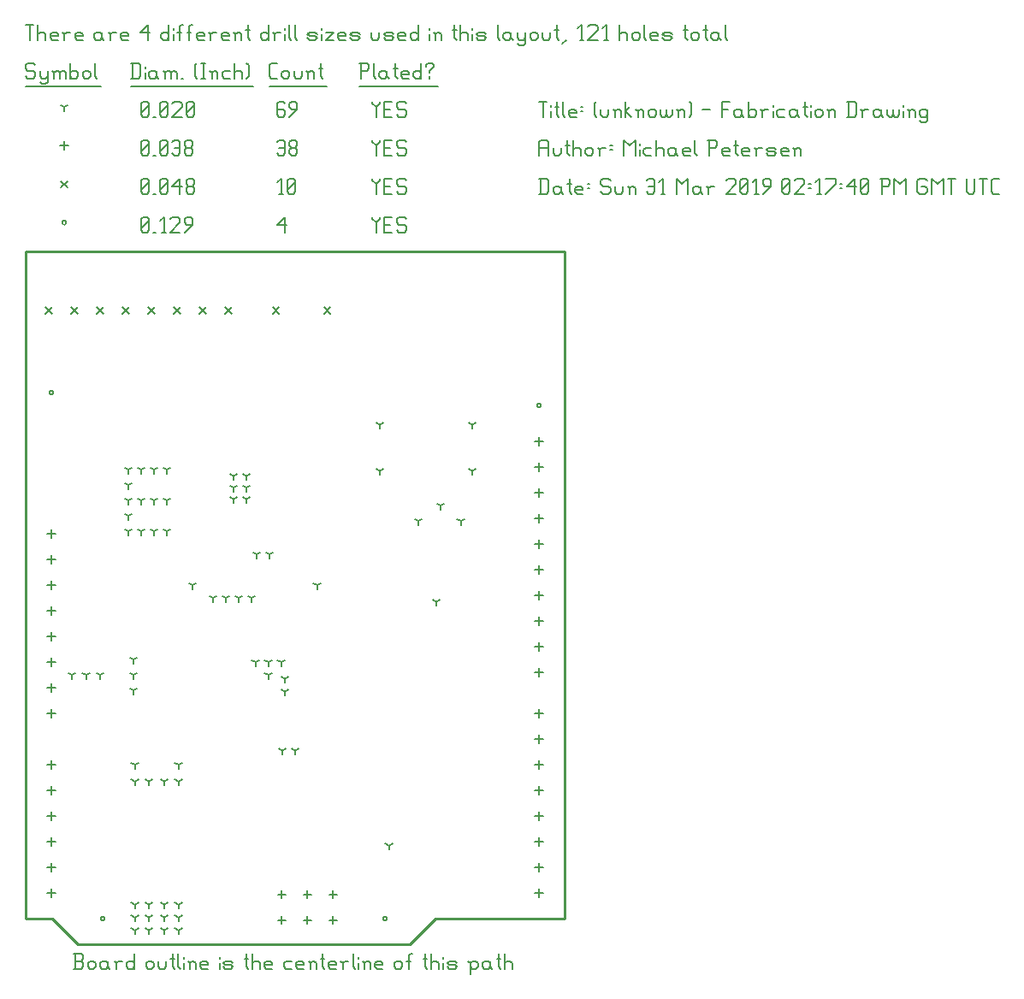
<source format=gbr>
G04 start of page 12 for group -3984 idx -3984 *
G04 Title: (unknown), fab *
G04 Creator: pcb 20140316 *
G04 CreationDate: Sun 31 Mar 2019 02:17:40 PM GMT UTC *
G04 For: railfan *
G04 Format: Gerber/RS-274X *
G04 PCB-Dimensions (mil): 2100.00 2700.00 *
G04 PCB-Coordinate-Origin: lower left *
%MOIN*%
%FSLAX25Y25*%
%LNFAB*%
%ADD90C,0.0100*%
%ADD89C,0.0060*%
%ADD88R,0.0080X0.0080*%
G54D88*X139200Y10000D02*G75*G03X140800Y10000I800J0D01*G01*
G75*G03X139200Y10000I-800J0D01*G01*
X199200Y210000D02*G75*G03X200800Y210000I800J0D01*G01*
G75*G03X199200Y210000I-800J0D01*G01*
X9200Y215000D02*G75*G03X10800Y215000I800J0D01*G01*
G75*G03X9200Y215000I-800J0D01*G01*
X29200Y10000D02*G75*G03X30800Y10000I800J0D01*G01*
G75*G03X29200Y10000I-800J0D01*G01*
X14200Y281250D02*G75*G03X15800Y281250I800J0D01*G01*
G75*G03X14200Y281250I-800J0D01*G01*
G54D89*X135000Y283500D02*Y282750D01*
X136500Y281250D01*
X138000Y282750D01*
Y283500D02*Y282750D01*
X136500Y281250D02*Y277500D01*
X139800Y280500D02*X142050D01*
X139800Y277500D02*X142800D01*
X139800Y283500D02*Y277500D01*
Y283500D02*X142800D01*
X147600D02*X148350Y282750D01*
X145350Y283500D02*X147600D01*
X144600Y282750D02*X145350Y283500D01*
X144600Y282750D02*Y281250D01*
X145350Y280500D01*
X147600D01*
X148350Y279750D01*
Y278250D01*
X147600Y277500D02*X148350Y278250D01*
X145350Y277500D02*X147600D01*
X144600Y278250D02*X145350Y277500D01*
X98000Y280500D02*X101000Y283500D01*
X98000Y280500D02*X101750D01*
X101000Y283500D02*Y277500D01*
X45000Y278250D02*X45750Y277500D01*
X45000Y282750D02*Y278250D01*
Y282750D02*X45750Y283500D01*
X47250D01*
X48000Y282750D01*
Y278250D01*
X47250Y277500D02*X48000Y278250D01*
X45750Y277500D02*X47250D01*
X45000Y279000D02*X48000Y282000D01*
X49800Y277500D02*X50550D01*
X53100D02*X54600D01*
X53850Y283500D02*Y277500D01*
X52350Y282000D02*X53850Y283500D01*
X56400Y282750D02*X57150Y283500D01*
X59400D01*
X60150Y282750D01*
Y281250D01*
X56400Y277500D02*X60150Y281250D01*
X56400Y277500D02*X60150D01*
X61950D02*X64950Y280500D01*
Y282750D02*Y280500D01*
X64200Y283500D02*X64950Y282750D01*
X62700Y283500D02*X64200D01*
X61950Y282750D02*X62700Y283500D01*
X61950Y282750D02*Y281250D01*
X62700Y280500D01*
X64950D01*
X77800Y248200D02*X80200Y245800D01*
X77800D02*X80200Y248200D01*
X67800D02*X70200Y245800D01*
X67800D02*X70200Y248200D01*
X57800D02*X60200Y245800D01*
X57800D02*X60200Y248200D01*
X47800D02*X50200Y245800D01*
X47800D02*X50200Y248200D01*
X37800D02*X40200Y245800D01*
X37800D02*X40200Y248200D01*
X27800D02*X30200Y245800D01*
X27800D02*X30200Y248200D01*
X17800D02*X20200Y245800D01*
X17800D02*X20200Y248200D01*
X7800D02*X10200Y245800D01*
X7800D02*X10200Y248200D01*
X116300D02*X118700Y245800D01*
X116300D02*X118700Y248200D01*
X96300D02*X98700Y245800D01*
X96300D02*X98700Y248200D01*
X13800Y297450D02*X16200Y295050D01*
X13800D02*X16200Y297450D01*
X135000Y298500D02*Y297750D01*
X136500Y296250D01*
X138000Y297750D01*
Y298500D02*Y297750D01*
X136500Y296250D02*Y292500D01*
X139800Y295500D02*X142050D01*
X139800Y292500D02*X142800D01*
X139800Y298500D02*Y292500D01*
Y298500D02*X142800D01*
X147600D02*X148350Y297750D01*
X145350Y298500D02*X147600D01*
X144600Y297750D02*X145350Y298500D01*
X144600Y297750D02*Y296250D01*
X145350Y295500D01*
X147600D01*
X148350Y294750D01*
Y293250D01*
X147600Y292500D02*X148350Y293250D01*
X145350Y292500D02*X147600D01*
X144600Y293250D02*X145350Y292500D01*
X98750D02*X100250D01*
X99500Y298500D02*Y292500D01*
X98000Y297000D02*X99500Y298500D01*
X102050Y293250D02*X102800Y292500D01*
X102050Y297750D02*Y293250D01*
Y297750D02*X102800Y298500D01*
X104300D01*
X105050Y297750D01*
Y293250D01*
X104300Y292500D02*X105050Y293250D01*
X102800Y292500D02*X104300D01*
X102050Y294000D02*X105050Y297000D01*
X45000Y293250D02*X45750Y292500D01*
X45000Y297750D02*Y293250D01*
Y297750D02*X45750Y298500D01*
X47250D01*
X48000Y297750D01*
Y293250D01*
X47250Y292500D02*X48000Y293250D01*
X45750Y292500D02*X47250D01*
X45000Y294000D02*X48000Y297000D01*
X49800Y292500D02*X50550D01*
X52350Y293250D02*X53100Y292500D01*
X52350Y297750D02*Y293250D01*
Y297750D02*X53100Y298500D01*
X54600D01*
X55350Y297750D01*
Y293250D01*
X54600Y292500D02*X55350Y293250D01*
X53100Y292500D02*X54600D01*
X52350Y294000D02*X55350Y297000D01*
X57150Y295500D02*X60150Y298500D01*
X57150Y295500D02*X60900D01*
X60150Y298500D02*Y292500D01*
X62700Y293250D02*X63450Y292500D01*
X62700Y294750D02*Y293250D01*
Y294750D02*X63450Y295500D01*
X64950D01*
X65700Y294750D01*
Y293250D01*
X64950Y292500D02*X65700Y293250D01*
X63450Y292500D02*X64950D01*
X62700Y296250D02*X63450Y295500D01*
X62700Y297750D02*Y296250D01*
Y297750D02*X63450Y298500D01*
X64950D01*
X65700Y297750D01*
Y296250D01*
X64950Y295500D02*X65700Y296250D01*
X10000Y161600D02*Y158400D01*
X8400Y160000D02*X11600D01*
X10000Y151600D02*Y148400D01*
X8400Y150000D02*X11600D01*
X10000Y141600D02*Y138400D01*
X8400Y140000D02*X11600D01*
X10000Y131600D02*Y128400D01*
X8400Y130000D02*X11600D01*
X10000Y121600D02*Y118400D01*
X8400Y120000D02*X11600D01*
X10000Y111600D02*Y108400D01*
X8400Y110000D02*X11600D01*
X10000Y101600D02*Y98400D01*
X8400Y100000D02*X11600D01*
X10000Y91600D02*Y88400D01*
X8400Y90000D02*X11600D01*
X10000Y71600D02*Y68400D01*
X8400Y70000D02*X11600D01*
X10000Y61600D02*Y58400D01*
X8400Y60000D02*X11600D01*
X10000Y51600D02*Y48400D01*
X8400Y50000D02*X11600D01*
X10000Y41600D02*Y38400D01*
X8400Y40000D02*X11600D01*
X10000Y31600D02*Y28400D01*
X8400Y30000D02*X11600D01*
X10000Y21600D02*Y18400D01*
X8400Y20000D02*X11600D01*
X200000Y21600D02*Y18400D01*
X198400Y20000D02*X201600D01*
X200000Y31600D02*Y28400D01*
X198400Y30000D02*X201600D01*
X200000Y41600D02*Y38400D01*
X198400Y40000D02*X201600D01*
X200000Y51600D02*Y48400D01*
X198400Y50000D02*X201600D01*
X200000Y61600D02*Y58400D01*
X198400Y60000D02*X201600D01*
X200000Y71600D02*Y68400D01*
X198400Y70000D02*X201600D01*
X200000Y81600D02*Y78400D01*
X198400Y80000D02*X201600D01*
X200000Y91600D02*Y88400D01*
X198400Y90000D02*X201600D01*
X200000Y107600D02*Y104400D01*
X198400Y106000D02*X201600D01*
X200000Y117600D02*Y114400D01*
X198400Y116000D02*X201600D01*
X200000Y127600D02*Y124400D01*
X198400Y126000D02*X201600D01*
X200000Y137600D02*Y134400D01*
X198400Y136000D02*X201600D01*
X200000Y147600D02*Y144400D01*
X198400Y146000D02*X201600D01*
X200000Y157600D02*Y154400D01*
X198400Y156000D02*X201600D01*
X200000Y167600D02*Y164400D01*
X198400Y166000D02*X201600D01*
X200000Y177600D02*Y174400D01*
X198400Y176000D02*X201600D01*
X200000Y187600D02*Y184400D01*
X198400Y186000D02*X201600D01*
X200000Y197600D02*Y194400D01*
X198400Y196000D02*X201600D01*
X119803Y21049D02*Y17849D01*
X118203Y19449D02*X121403D01*
X109803Y21049D02*Y17849D01*
X108203Y19449D02*X111403D01*
X99803Y21049D02*Y17849D01*
X98203Y19449D02*X101403D01*
X119803Y11049D02*Y7849D01*
X118203Y9449D02*X121403D01*
X109803Y11049D02*Y7849D01*
X108203Y9449D02*X111403D01*
X99803Y11049D02*Y7849D01*
X98203Y9449D02*X101403D01*
X15000Y312850D02*Y309650D01*
X13400Y311250D02*X16600D01*
X135000Y313500D02*Y312750D01*
X136500Y311250D01*
X138000Y312750D01*
Y313500D02*Y312750D01*
X136500Y311250D02*Y307500D01*
X139800Y310500D02*X142050D01*
X139800Y307500D02*X142800D01*
X139800Y313500D02*Y307500D01*
Y313500D02*X142800D01*
X147600D02*X148350Y312750D01*
X145350Y313500D02*X147600D01*
X144600Y312750D02*X145350Y313500D01*
X144600Y312750D02*Y311250D01*
X145350Y310500D01*
X147600D01*
X148350Y309750D01*
Y308250D01*
X147600Y307500D02*X148350Y308250D01*
X145350Y307500D02*X147600D01*
X144600Y308250D02*X145350Y307500D01*
X98000Y312750D02*X98750Y313500D01*
X100250D01*
X101000Y312750D01*
Y308250D01*
X100250Y307500D02*X101000Y308250D01*
X98750Y307500D02*X100250D01*
X98000Y308250D02*X98750Y307500D01*
Y310500D02*X101000D01*
X102800Y308250D02*X103550Y307500D01*
X102800Y309750D02*Y308250D01*
Y309750D02*X103550Y310500D01*
X105050D01*
X105800Y309750D01*
Y308250D01*
X105050Y307500D02*X105800Y308250D01*
X103550Y307500D02*X105050D01*
X102800Y311250D02*X103550Y310500D01*
X102800Y312750D02*Y311250D01*
Y312750D02*X103550Y313500D01*
X105050D01*
X105800Y312750D01*
Y311250D01*
X105050Y310500D02*X105800Y311250D01*
X45000Y308250D02*X45750Y307500D01*
X45000Y312750D02*Y308250D01*
Y312750D02*X45750Y313500D01*
X47250D01*
X48000Y312750D01*
Y308250D01*
X47250Y307500D02*X48000Y308250D01*
X45750Y307500D02*X47250D01*
X45000Y309000D02*X48000Y312000D01*
X49800Y307500D02*X50550D01*
X52350Y308250D02*X53100Y307500D01*
X52350Y312750D02*Y308250D01*
Y312750D02*X53100Y313500D01*
X54600D01*
X55350Y312750D01*
Y308250D01*
X54600Y307500D02*X55350Y308250D01*
X53100Y307500D02*X54600D01*
X52350Y309000D02*X55350Y312000D01*
X57150Y312750D02*X57900Y313500D01*
X59400D01*
X60150Y312750D01*
Y308250D01*
X59400Y307500D02*X60150Y308250D01*
X57900Y307500D02*X59400D01*
X57150Y308250D02*X57900Y307500D01*
Y310500D02*X60150D01*
X61950Y308250D02*X62700Y307500D01*
X61950Y309750D02*Y308250D01*
Y309750D02*X62700Y310500D01*
X64200D01*
X64950Y309750D01*
Y308250D01*
X64200Y307500D02*X64950Y308250D01*
X62700Y307500D02*X64200D01*
X61950Y311250D02*X62700Y310500D01*
X61950Y312750D02*Y311250D01*
Y312750D02*X62700Y313500D01*
X64200D01*
X64950Y312750D01*
Y311250D01*
X64200Y310500D02*X64950Y311250D01*
X160000Y133500D02*Y131900D01*
Y133500D02*X161387Y134300D01*
X160000Y133500D02*X158613Y134300D01*
X169500Y165000D02*Y163400D01*
Y165000D02*X170887Y165800D01*
X169500Y165000D02*X168113Y165800D01*
X153000Y165000D02*Y163400D01*
Y165000D02*X154387Y165800D01*
X153000Y165000D02*X151613Y165800D01*
X42000Y111000D02*Y109400D01*
Y111000D02*X43387Y111800D01*
X42000Y111000D02*X40613Y111800D01*
X42000Y105000D02*Y103400D01*
Y105000D02*X43387Y105800D01*
X42000Y105000D02*X40613Y105800D01*
X42000Y99000D02*Y97400D01*
Y99000D02*X43387Y99800D01*
X42000Y99000D02*X40613Y99800D01*
X18000Y105000D02*Y103400D01*
Y105000D02*X19387Y105800D01*
X18000Y105000D02*X16613Y105800D01*
X23500Y105000D02*Y103400D01*
Y105000D02*X24887Y105800D01*
X23500Y105000D02*X22113Y105800D01*
X29000Y105000D02*Y103400D01*
Y105000D02*X30387Y105800D01*
X29000Y105000D02*X27613Y105800D01*
X73000Y135000D02*Y133400D01*
Y135000D02*X74387Y135800D01*
X73000Y135000D02*X71613Y135800D01*
X83000Y135000D02*Y133400D01*
Y135000D02*X84387Y135800D01*
X83000Y135000D02*X81613Y135800D01*
X55000Y185000D02*Y183400D01*
Y185000D02*X56387Y185800D01*
X55000Y185000D02*X53613Y185800D01*
X50000Y185000D02*Y183400D01*
Y185000D02*X51387Y185800D01*
X50000Y185000D02*X48613Y185800D01*
X55000Y173000D02*Y171400D01*
Y173000D02*X56387Y173800D01*
X55000Y173000D02*X53613Y173800D01*
X50000Y173000D02*Y171400D01*
Y173000D02*X51387Y173800D01*
X50000Y173000D02*X48613Y173800D01*
X55000Y161000D02*Y159400D01*
Y161000D02*X56387Y161800D01*
X55000Y161000D02*X53613Y161800D01*
X50000Y161000D02*Y159400D01*
Y161000D02*X51387Y161800D01*
X50000Y161000D02*X48613Y161800D01*
X45000Y185000D02*Y183400D01*
Y185000D02*X46387Y185800D01*
X45000Y185000D02*X43613Y185800D01*
X40000Y185000D02*Y183400D01*
Y185000D02*X41387Y185800D01*
X40000Y185000D02*X38613Y185800D01*
X45000Y173000D02*Y171400D01*
Y173000D02*X46387Y173800D01*
X45000Y173000D02*X43613Y173800D01*
X40000Y173000D02*Y171400D01*
Y173000D02*X41387Y173800D01*
X40000Y173000D02*X38613Y173800D01*
X45000Y161000D02*Y159400D01*
Y161000D02*X46387Y161800D01*
X45000Y161000D02*X43613Y161800D01*
X40000Y161000D02*Y159400D01*
Y161000D02*X41387Y161800D01*
X40000Y161000D02*X38613Y161800D01*
X40000Y179000D02*Y177400D01*
Y179000D02*X41387Y179800D01*
X40000Y179000D02*X38613Y179800D01*
X40000Y167000D02*Y165400D01*
Y167000D02*X41387Y167800D01*
X40000Y167000D02*X38613Y167800D01*
X90000Y152000D02*Y150400D01*
Y152000D02*X91387Y152800D01*
X90000Y152000D02*X88613Y152800D01*
X95000Y152000D02*Y150400D01*
Y152000D02*X96387Y152800D01*
X95000Y152000D02*X93613Y152800D01*
X81000Y173500D02*Y171900D01*
Y173500D02*X82387Y174300D01*
X81000Y173500D02*X79613Y174300D01*
X86000Y173500D02*Y171900D01*
Y173500D02*X87387Y174300D01*
X86000Y173500D02*X84613Y174300D01*
X81000Y182500D02*Y180900D01*
Y182500D02*X82387Y183300D01*
X81000Y182500D02*X79613Y183300D01*
X86000Y182500D02*Y180900D01*
Y182500D02*X87387Y183300D01*
X86000Y182500D02*X84613Y183300D01*
X81000Y178000D02*Y176400D01*
Y178000D02*X82387Y178800D01*
X81000Y178000D02*X79613Y178800D01*
X86000Y178000D02*Y176400D01*
Y178000D02*X87387Y178800D01*
X86000Y178000D02*X84613Y178800D01*
X88000Y135000D02*Y133400D01*
Y135000D02*X89387Y135800D01*
X88000Y135000D02*X86613Y135800D01*
X161600Y171000D02*Y169400D01*
Y171000D02*X162987Y171800D01*
X161600Y171000D02*X160213Y171800D01*
X78000Y135000D02*Y133400D01*
Y135000D02*X79387Y135800D01*
X78000Y135000D02*X76613Y135800D01*
X54000Y63500D02*Y61900D01*
Y63500D02*X55387Y64300D01*
X54000Y63500D02*X52613Y64300D01*
X48000Y63500D02*Y61900D01*
Y63500D02*X49387Y64300D01*
X48000Y63500D02*X46613Y64300D01*
X42500Y63500D02*Y61900D01*
Y63500D02*X43887Y64300D01*
X42500Y63500D02*X41113Y64300D01*
X42500Y70000D02*Y68400D01*
Y70000D02*X43887Y70800D01*
X42500Y70000D02*X41113Y70800D01*
X59500Y70000D02*Y68400D01*
Y70000D02*X60887Y70800D01*
X59500Y70000D02*X58113Y70800D01*
X59500Y63500D02*Y61900D01*
Y63500D02*X60887Y64300D01*
X59500Y63500D02*X58113Y64300D01*
X138000Y202500D02*Y200900D01*
Y202500D02*X139387Y203300D01*
X138000Y202500D02*X136613Y203300D01*
X138000Y184500D02*Y182900D01*
Y184500D02*X139387Y185300D01*
X138000Y184500D02*X136613Y185300D01*
X174000Y202500D02*Y200900D01*
Y202500D02*X175387Y203300D01*
X174000Y202500D02*X172613Y203300D01*
X174000Y184500D02*Y182900D01*
Y184500D02*X175387Y185300D01*
X174000Y184500D02*X172613Y185300D01*
X54000Y5500D02*Y3900D01*
Y5500D02*X55387Y6300D01*
X54000Y5500D02*X52613Y6300D01*
X48000Y5500D02*Y3900D01*
Y5500D02*X49387Y6300D01*
X48000Y5500D02*X46613Y6300D01*
X42500Y5500D02*Y3900D01*
Y5500D02*X43887Y6300D01*
X42500Y5500D02*X41113Y6300D01*
X59500Y5500D02*Y3900D01*
Y5500D02*X60887Y6300D01*
X59500Y5500D02*X58113Y6300D01*
X54000Y10500D02*Y8900D01*
Y10500D02*X55387Y11300D01*
X54000Y10500D02*X52613Y11300D01*
X48000Y10500D02*Y8900D01*
Y10500D02*X49387Y11300D01*
X48000Y10500D02*X46613Y11300D01*
X42500Y10500D02*Y8900D01*
Y10500D02*X43887Y11300D01*
X42500Y10500D02*X41113Y11300D01*
X59500Y10500D02*Y8900D01*
Y10500D02*X60887Y11300D01*
X59500Y10500D02*X58113Y11300D01*
X54000Y15500D02*Y13900D01*
Y15500D02*X55387Y16300D01*
X54000Y15500D02*X52613Y16300D01*
X48000Y15500D02*Y13900D01*
Y15500D02*X49387Y16300D01*
X48000Y15500D02*X46613Y16300D01*
X42500Y15500D02*Y13900D01*
Y15500D02*X43887Y16300D01*
X42500Y15500D02*X41113Y16300D01*
X59500Y15500D02*Y13900D01*
Y15500D02*X60887Y16300D01*
X59500Y15500D02*X58113Y16300D01*
X65000Y140000D02*Y138400D01*
Y140000D02*X66387Y140800D01*
X65000Y140000D02*X63613Y140800D01*
X141500Y38500D02*Y36900D01*
Y38500D02*X142887Y39300D01*
X141500Y38500D02*X140113Y39300D01*
X113500Y140000D02*Y138400D01*
Y140000D02*X114887Y140800D01*
X113500Y140000D02*X112113Y140800D01*
X94500Y110000D02*Y108400D01*
Y110000D02*X95887Y110800D01*
X94500Y110000D02*X93113Y110800D01*
X89500Y110000D02*Y108400D01*
Y110000D02*X90887Y110800D01*
X89500Y110000D02*X88113Y110800D01*
X99500Y110000D02*Y108400D01*
Y110000D02*X100887Y110800D01*
X99500Y110000D02*X98113Y110800D01*
X94500Y105000D02*Y103400D01*
Y105000D02*X95887Y105800D01*
X94500Y105000D02*X93113Y105800D01*
X105000Y75500D02*Y73900D01*
Y75500D02*X106387Y76300D01*
X105000Y75500D02*X103613Y76300D01*
X100000Y75500D02*Y73900D01*
Y75500D02*X101387Y76300D01*
X100000Y75500D02*X98613Y76300D01*
X101000Y98500D02*Y96900D01*
Y98500D02*X102387Y99300D01*
X101000Y98500D02*X99613Y99300D01*
X101000Y103500D02*Y101900D01*
Y103500D02*X102387Y104300D01*
X101000Y103500D02*X99613Y104300D01*
X15000Y326250D02*Y324650D01*
Y326250D02*X16387Y327050D01*
X15000Y326250D02*X13613Y327050D01*
X135000Y328500D02*Y327750D01*
X136500Y326250D01*
X138000Y327750D01*
Y328500D02*Y327750D01*
X136500Y326250D02*Y322500D01*
X139800Y325500D02*X142050D01*
X139800Y322500D02*X142800D01*
X139800Y328500D02*Y322500D01*
Y328500D02*X142800D01*
X147600D02*X148350Y327750D01*
X145350Y328500D02*X147600D01*
X144600Y327750D02*X145350Y328500D01*
X144600Y327750D02*Y326250D01*
X145350Y325500D01*
X147600D01*
X148350Y324750D01*
Y323250D01*
X147600Y322500D02*X148350Y323250D01*
X145350Y322500D02*X147600D01*
X144600Y323250D02*X145350Y322500D01*
X100250Y328500D02*X101000Y327750D01*
X98750Y328500D02*X100250D01*
X98000Y327750D02*X98750Y328500D01*
X98000Y327750D02*Y323250D01*
X98750Y322500D01*
X100250Y325500D02*X101000Y324750D01*
X98000Y325500D02*X100250D01*
X98750Y322500D02*X100250D01*
X101000Y323250D01*
Y324750D02*Y323250D01*
X102800Y322500D02*X105800Y325500D01*
Y327750D02*Y325500D01*
X105050Y328500D02*X105800Y327750D01*
X103550Y328500D02*X105050D01*
X102800Y327750D02*X103550Y328500D01*
X102800Y327750D02*Y326250D01*
X103550Y325500D01*
X105800D01*
X45000Y323250D02*X45750Y322500D01*
X45000Y327750D02*Y323250D01*
Y327750D02*X45750Y328500D01*
X47250D01*
X48000Y327750D01*
Y323250D01*
X47250Y322500D02*X48000Y323250D01*
X45750Y322500D02*X47250D01*
X45000Y324000D02*X48000Y327000D01*
X49800Y322500D02*X50550D01*
X52350Y323250D02*X53100Y322500D01*
X52350Y327750D02*Y323250D01*
Y327750D02*X53100Y328500D01*
X54600D01*
X55350Y327750D01*
Y323250D01*
X54600Y322500D02*X55350Y323250D01*
X53100Y322500D02*X54600D01*
X52350Y324000D02*X55350Y327000D01*
X57150Y327750D02*X57900Y328500D01*
X60150D01*
X60900Y327750D01*
Y326250D01*
X57150Y322500D02*X60900Y326250D01*
X57150Y322500D02*X60900D01*
X62700Y323250D02*X63450Y322500D01*
X62700Y327750D02*Y323250D01*
Y327750D02*X63450Y328500D01*
X64950D01*
X65700Y327750D01*
Y323250D01*
X64950Y322500D02*X65700Y323250D01*
X63450Y322500D02*X64950D01*
X62700Y324000D02*X65700Y327000D01*
X3000Y343500D02*X3750Y342750D01*
X750Y343500D02*X3000D01*
X0Y342750D02*X750Y343500D01*
X0Y342750D02*Y341250D01*
X750Y340500D01*
X3000D01*
X3750Y339750D01*
Y338250D01*
X3000Y337500D02*X3750Y338250D01*
X750Y337500D02*X3000D01*
X0Y338250D02*X750Y337500D01*
X5550Y340500D02*Y338250D01*
X6300Y337500D01*
X8550Y340500D02*Y336000D01*
X7800Y335250D02*X8550Y336000D01*
X6300Y335250D02*X7800D01*
X5550Y336000D02*X6300Y335250D01*
Y337500D02*X7800D01*
X8550Y338250D01*
X11100Y339750D02*Y337500D01*
Y339750D02*X11850Y340500D01*
X12600D01*
X13350Y339750D01*
Y337500D01*
Y339750D02*X14100Y340500D01*
X14850D01*
X15600Y339750D01*
Y337500D01*
X10350Y340500D02*X11100Y339750D01*
X17400Y343500D02*Y337500D01*
Y338250D02*X18150Y337500D01*
X19650D01*
X20400Y338250D01*
Y339750D02*Y338250D01*
X19650Y340500D02*X20400Y339750D01*
X18150Y340500D02*X19650D01*
X17400Y339750D02*X18150Y340500D01*
X22200Y339750D02*Y338250D01*
Y339750D02*X22950Y340500D01*
X24450D01*
X25200Y339750D01*
Y338250D01*
X24450Y337500D02*X25200Y338250D01*
X22950Y337500D02*X24450D01*
X22200Y338250D02*X22950Y337500D01*
X27000Y343500D02*Y338250D01*
X27750Y337500D01*
X0Y334250D02*X29250D01*
X41750Y343500D02*Y337500D01*
X44000Y343500D02*X44750Y342750D01*
Y338250D01*
X44000Y337500D02*X44750Y338250D01*
X41000Y337500D02*X44000D01*
X41000Y343500D02*X44000D01*
X46550Y342000D02*Y341250D01*
Y339750D02*Y337500D01*
X50300Y340500D02*X51050Y339750D01*
X48800Y340500D02*X50300D01*
X48050Y339750D02*X48800Y340500D01*
X48050Y339750D02*Y338250D01*
X48800Y337500D01*
X51050Y340500D02*Y338250D01*
X51800Y337500D01*
X48800D02*X50300D01*
X51050Y338250D01*
X54350Y339750D02*Y337500D01*
Y339750D02*X55100Y340500D01*
X55850D01*
X56600Y339750D01*
Y337500D01*
Y339750D02*X57350Y340500D01*
X58100D01*
X58850Y339750D01*
Y337500D01*
X53600Y340500D02*X54350Y339750D01*
X60650Y337500D02*X61400D01*
X65900Y338250D02*X66650Y337500D01*
X65900Y342750D02*X66650Y343500D01*
X65900Y342750D02*Y338250D01*
X68450Y343500D02*X69950D01*
X69200D02*Y337500D01*
X68450D02*X69950D01*
X72500Y339750D02*Y337500D01*
Y339750D02*X73250Y340500D01*
X74000D01*
X74750Y339750D01*
Y337500D01*
X71750Y340500D02*X72500Y339750D01*
X77300Y340500D02*X79550D01*
X76550Y339750D02*X77300Y340500D01*
X76550Y339750D02*Y338250D01*
X77300Y337500D01*
X79550D01*
X81350Y343500D02*Y337500D01*
Y339750D02*X82100Y340500D01*
X83600D01*
X84350Y339750D01*
Y337500D01*
X86150Y343500D02*X86900Y342750D01*
Y338250D01*
X86150Y337500D02*X86900Y338250D01*
X41000Y334250D02*X88700D01*
X95750Y337500D02*X98000D01*
X95000Y338250D02*X95750Y337500D01*
X95000Y342750D02*Y338250D01*
Y342750D02*X95750Y343500D01*
X98000D01*
X99800Y339750D02*Y338250D01*
Y339750D02*X100550Y340500D01*
X102050D01*
X102800Y339750D01*
Y338250D01*
X102050Y337500D02*X102800Y338250D01*
X100550Y337500D02*X102050D01*
X99800Y338250D02*X100550Y337500D01*
X104600Y340500D02*Y338250D01*
X105350Y337500D01*
X106850D01*
X107600Y338250D01*
Y340500D02*Y338250D01*
X110150Y339750D02*Y337500D01*
Y339750D02*X110900Y340500D01*
X111650D01*
X112400Y339750D01*
Y337500D01*
X109400Y340500D02*X110150Y339750D01*
X114950Y343500D02*Y338250D01*
X115700Y337500D01*
X114200Y341250D02*X115700D01*
X95000Y334250D02*X117200D01*
X130750Y343500D02*Y337500D01*
X130000Y343500D02*X133000D01*
X133750Y342750D01*
Y341250D01*
X133000Y340500D02*X133750Y341250D01*
X130750Y340500D02*X133000D01*
X135550Y343500D02*Y338250D01*
X136300Y337500D01*
X140050Y340500D02*X140800Y339750D01*
X138550Y340500D02*X140050D01*
X137800Y339750D02*X138550Y340500D01*
X137800Y339750D02*Y338250D01*
X138550Y337500D01*
X140800Y340500D02*Y338250D01*
X141550Y337500D01*
X138550D02*X140050D01*
X140800Y338250D01*
X144100Y343500D02*Y338250D01*
X144850Y337500D01*
X143350Y341250D02*X144850D01*
X147100Y337500D02*X149350D01*
X146350Y338250D02*X147100Y337500D01*
X146350Y339750D02*Y338250D01*
Y339750D02*X147100Y340500D01*
X148600D01*
X149350Y339750D01*
X146350Y339000D02*X149350D01*
Y339750D02*Y339000D01*
X154150Y343500D02*Y337500D01*
X153400D02*X154150Y338250D01*
X151900Y337500D02*X153400D01*
X151150Y338250D02*X151900Y337500D01*
X151150Y339750D02*Y338250D01*
Y339750D02*X151900Y340500D01*
X153400D01*
X154150Y339750D01*
X157450Y340500D02*Y339750D01*
Y338250D02*Y337500D01*
X155950Y342750D02*Y342000D01*
Y342750D02*X156700Y343500D01*
X158200D01*
X158950Y342750D01*
Y342000D01*
X157450Y340500D02*X158950Y342000D01*
X130000Y334250D02*X160750D01*
X0Y358500D02*X3000D01*
X1500D02*Y352500D01*
X4800Y358500D02*Y352500D01*
Y354750D02*X5550Y355500D01*
X7050D01*
X7800Y354750D01*
Y352500D01*
X10350D02*X12600D01*
X9600Y353250D02*X10350Y352500D01*
X9600Y354750D02*Y353250D01*
Y354750D02*X10350Y355500D01*
X11850D01*
X12600Y354750D01*
X9600Y354000D02*X12600D01*
Y354750D02*Y354000D01*
X15150Y354750D02*Y352500D01*
Y354750D02*X15900Y355500D01*
X17400D01*
X14400D02*X15150Y354750D01*
X19950Y352500D02*X22200D01*
X19200Y353250D02*X19950Y352500D01*
X19200Y354750D02*Y353250D01*
Y354750D02*X19950Y355500D01*
X21450D01*
X22200Y354750D01*
X19200Y354000D02*X22200D01*
Y354750D02*Y354000D01*
X28950Y355500D02*X29700Y354750D01*
X27450Y355500D02*X28950D01*
X26700Y354750D02*X27450Y355500D01*
X26700Y354750D02*Y353250D01*
X27450Y352500D01*
X29700Y355500D02*Y353250D01*
X30450Y352500D01*
X27450D02*X28950D01*
X29700Y353250D01*
X33000Y354750D02*Y352500D01*
Y354750D02*X33750Y355500D01*
X35250D01*
X32250D02*X33000Y354750D01*
X37800Y352500D02*X40050D01*
X37050Y353250D02*X37800Y352500D01*
X37050Y354750D02*Y353250D01*
Y354750D02*X37800Y355500D01*
X39300D01*
X40050Y354750D01*
X37050Y354000D02*X40050D01*
Y354750D02*Y354000D01*
X44550Y355500D02*X47550Y358500D01*
X44550Y355500D02*X48300D01*
X47550Y358500D02*Y352500D01*
X55800Y358500D02*Y352500D01*
X55050D02*X55800Y353250D01*
X53550Y352500D02*X55050D01*
X52800Y353250D02*X53550Y352500D01*
X52800Y354750D02*Y353250D01*
Y354750D02*X53550Y355500D01*
X55050D01*
X55800Y354750D01*
X57600Y357000D02*Y356250D01*
Y354750D02*Y352500D01*
X59850Y357750D02*Y352500D01*
Y357750D02*X60600Y358500D01*
X61350D01*
X59100Y355500D02*X60600D01*
X63600Y357750D02*Y352500D01*
Y357750D02*X64350Y358500D01*
X65100D01*
X62850Y355500D02*X64350D01*
X67350Y352500D02*X69600D01*
X66600Y353250D02*X67350Y352500D01*
X66600Y354750D02*Y353250D01*
Y354750D02*X67350Y355500D01*
X68850D01*
X69600Y354750D01*
X66600Y354000D02*X69600D01*
Y354750D02*Y354000D01*
X72150Y354750D02*Y352500D01*
Y354750D02*X72900Y355500D01*
X74400D01*
X71400D02*X72150Y354750D01*
X76950Y352500D02*X79200D01*
X76200Y353250D02*X76950Y352500D01*
X76200Y354750D02*Y353250D01*
Y354750D02*X76950Y355500D01*
X78450D01*
X79200Y354750D01*
X76200Y354000D02*X79200D01*
Y354750D02*Y354000D01*
X81750Y354750D02*Y352500D01*
Y354750D02*X82500Y355500D01*
X83250D01*
X84000Y354750D01*
Y352500D01*
X81000Y355500D02*X81750Y354750D01*
X86550Y358500D02*Y353250D01*
X87300Y352500D01*
X85800Y356250D02*X87300D01*
X94500Y358500D02*Y352500D01*
X93750D02*X94500Y353250D01*
X92250Y352500D02*X93750D01*
X91500Y353250D02*X92250Y352500D01*
X91500Y354750D02*Y353250D01*
Y354750D02*X92250Y355500D01*
X93750D01*
X94500Y354750D01*
X97050D02*Y352500D01*
Y354750D02*X97800Y355500D01*
X99300D01*
X96300D02*X97050Y354750D01*
X101100Y357000D02*Y356250D01*
Y354750D02*Y352500D01*
X102600Y358500D02*Y353250D01*
X103350Y352500D01*
X104850Y358500D02*Y353250D01*
X105600Y352500D01*
X110550D02*X112800D01*
X113550Y353250D01*
X112800Y354000D02*X113550Y353250D01*
X110550Y354000D02*X112800D01*
X109800Y354750D02*X110550Y354000D01*
X109800Y354750D02*X110550Y355500D01*
X112800D01*
X113550Y354750D01*
X109800Y353250D02*X110550Y352500D01*
X115350Y357000D02*Y356250D01*
Y354750D02*Y352500D01*
X116850Y355500D02*X119850D01*
X116850Y352500D02*X119850Y355500D01*
X116850Y352500D02*X119850D01*
X122400D02*X124650D01*
X121650Y353250D02*X122400Y352500D01*
X121650Y354750D02*Y353250D01*
Y354750D02*X122400Y355500D01*
X123900D01*
X124650Y354750D01*
X121650Y354000D02*X124650D01*
Y354750D02*Y354000D01*
X127200Y352500D02*X129450D01*
X130200Y353250D01*
X129450Y354000D02*X130200Y353250D01*
X127200Y354000D02*X129450D01*
X126450Y354750D02*X127200Y354000D01*
X126450Y354750D02*X127200Y355500D01*
X129450D01*
X130200Y354750D01*
X126450Y353250D02*X127200Y352500D01*
X134700Y355500D02*Y353250D01*
X135450Y352500D01*
X136950D01*
X137700Y353250D01*
Y355500D02*Y353250D01*
X140250Y352500D02*X142500D01*
X143250Y353250D01*
X142500Y354000D02*X143250Y353250D01*
X140250Y354000D02*X142500D01*
X139500Y354750D02*X140250Y354000D01*
X139500Y354750D02*X140250Y355500D01*
X142500D01*
X143250Y354750D01*
X139500Y353250D02*X140250Y352500D01*
X145800D02*X148050D01*
X145050Y353250D02*X145800Y352500D01*
X145050Y354750D02*Y353250D01*
Y354750D02*X145800Y355500D01*
X147300D01*
X148050Y354750D01*
X145050Y354000D02*X148050D01*
Y354750D02*Y354000D01*
X152850Y358500D02*Y352500D01*
X152100D02*X152850Y353250D01*
X150600Y352500D02*X152100D01*
X149850Y353250D02*X150600Y352500D01*
X149850Y354750D02*Y353250D01*
Y354750D02*X150600Y355500D01*
X152100D01*
X152850Y354750D01*
X157350Y357000D02*Y356250D01*
Y354750D02*Y352500D01*
X159600Y354750D02*Y352500D01*
Y354750D02*X160350Y355500D01*
X161100D01*
X161850Y354750D01*
Y352500D01*
X158850Y355500D02*X159600Y354750D01*
X167100Y358500D02*Y353250D01*
X167850Y352500D01*
X166350Y356250D02*X167850D01*
X169350Y358500D02*Y352500D01*
Y354750D02*X170100Y355500D01*
X171600D01*
X172350Y354750D01*
Y352500D01*
X174150Y357000D02*Y356250D01*
Y354750D02*Y352500D01*
X176400D02*X178650D01*
X179400Y353250D01*
X178650Y354000D02*X179400Y353250D01*
X176400Y354000D02*X178650D01*
X175650Y354750D02*X176400Y354000D01*
X175650Y354750D02*X176400Y355500D01*
X178650D01*
X179400Y354750D01*
X175650Y353250D02*X176400Y352500D01*
X183900Y358500D02*Y353250D01*
X184650Y352500D01*
X188400Y355500D02*X189150Y354750D01*
X186900Y355500D02*X188400D01*
X186150Y354750D02*X186900Y355500D01*
X186150Y354750D02*Y353250D01*
X186900Y352500D01*
X189150Y355500D02*Y353250D01*
X189900Y352500D01*
X186900D02*X188400D01*
X189150Y353250D01*
X191700Y355500D02*Y353250D01*
X192450Y352500D01*
X194700Y355500D02*Y351000D01*
X193950Y350250D02*X194700Y351000D01*
X192450Y350250D02*X193950D01*
X191700Y351000D02*X192450Y350250D01*
Y352500D02*X193950D01*
X194700Y353250D01*
X196500Y354750D02*Y353250D01*
Y354750D02*X197250Y355500D01*
X198750D01*
X199500Y354750D01*
Y353250D01*
X198750Y352500D02*X199500Y353250D01*
X197250Y352500D02*X198750D01*
X196500Y353250D02*X197250Y352500D01*
X201300Y355500D02*Y353250D01*
X202050Y352500D01*
X203550D01*
X204300Y353250D01*
Y355500D02*Y353250D01*
X206850Y358500D02*Y353250D01*
X207600Y352500D01*
X206100Y356250D02*X207600D01*
X209100Y351000D02*X210600Y352500D01*
X215850D02*X217350D01*
X216600Y358500D02*Y352500D01*
X215100Y357000D02*X216600Y358500D01*
X219150Y357750D02*X219900Y358500D01*
X222150D01*
X222900Y357750D01*
Y356250D01*
X219150Y352500D02*X222900Y356250D01*
X219150Y352500D02*X222900D01*
X225450D02*X226950D01*
X226200Y358500D02*Y352500D01*
X224700Y357000D02*X226200Y358500D01*
X231450D02*Y352500D01*
Y354750D02*X232200Y355500D01*
X233700D01*
X234450Y354750D01*
Y352500D01*
X236250Y354750D02*Y353250D01*
Y354750D02*X237000Y355500D01*
X238500D01*
X239250Y354750D01*
Y353250D01*
X238500Y352500D02*X239250Y353250D01*
X237000Y352500D02*X238500D01*
X236250Y353250D02*X237000Y352500D01*
X241050Y358500D02*Y353250D01*
X241800Y352500D01*
X244050D02*X246300D01*
X243300Y353250D02*X244050Y352500D01*
X243300Y354750D02*Y353250D01*
Y354750D02*X244050Y355500D01*
X245550D01*
X246300Y354750D01*
X243300Y354000D02*X246300D01*
Y354750D02*Y354000D01*
X248850Y352500D02*X251100D01*
X251850Y353250D01*
X251100Y354000D02*X251850Y353250D01*
X248850Y354000D02*X251100D01*
X248100Y354750D02*X248850Y354000D01*
X248100Y354750D02*X248850Y355500D01*
X251100D01*
X251850Y354750D01*
X248100Y353250D02*X248850Y352500D01*
X257100Y358500D02*Y353250D01*
X257850Y352500D01*
X256350Y356250D02*X257850D01*
X259350Y354750D02*Y353250D01*
Y354750D02*X260100Y355500D01*
X261600D01*
X262350Y354750D01*
Y353250D01*
X261600Y352500D02*X262350Y353250D01*
X260100Y352500D02*X261600D01*
X259350Y353250D02*X260100Y352500D01*
X264900Y358500D02*Y353250D01*
X265650Y352500D01*
X264150Y356250D02*X265650D01*
X269400Y355500D02*X270150Y354750D01*
X267900Y355500D02*X269400D01*
X267150Y354750D02*X267900Y355500D01*
X267150Y354750D02*Y353250D01*
X267900Y352500D01*
X270150Y355500D02*Y353250D01*
X270900Y352500D01*
X267900D02*X269400D01*
X270150Y353250D01*
X272700Y358500D02*Y353250D01*
X273450Y352500D01*
G54D90*X0Y270000D02*Y10000D01*
X210000D02*Y270000D01*
X0D01*
Y10000D02*X10300D01*
X20300Y0D01*
X149700D01*
X159700Y10000D01*
X210000D01*
G54D89*X18675Y-9500D02*X21675D01*
X22425Y-8750D01*
Y-7250D02*Y-8750D01*
X21675Y-6500D02*X22425Y-7250D01*
X19425Y-6500D02*X21675D01*
X19425Y-3500D02*Y-9500D01*
X18675Y-3500D02*X21675D01*
X22425Y-4250D01*
Y-5750D01*
X21675Y-6500D02*X22425Y-5750D01*
X24225Y-7250D02*Y-8750D01*
Y-7250D02*X24975Y-6500D01*
X26475D01*
X27225Y-7250D01*
Y-8750D01*
X26475Y-9500D02*X27225Y-8750D01*
X24975Y-9500D02*X26475D01*
X24225Y-8750D02*X24975Y-9500D01*
X31275Y-6500D02*X32025Y-7250D01*
X29775Y-6500D02*X31275D01*
X29025Y-7250D02*X29775Y-6500D01*
X29025Y-7250D02*Y-8750D01*
X29775Y-9500D01*
X32025Y-6500D02*Y-8750D01*
X32775Y-9500D01*
X29775D02*X31275D01*
X32025Y-8750D01*
X35325Y-7250D02*Y-9500D01*
Y-7250D02*X36075Y-6500D01*
X37575D01*
X34575D02*X35325Y-7250D01*
X42375Y-3500D02*Y-9500D01*
X41625D02*X42375Y-8750D01*
X40125Y-9500D02*X41625D01*
X39375Y-8750D02*X40125Y-9500D01*
X39375Y-7250D02*Y-8750D01*
Y-7250D02*X40125Y-6500D01*
X41625D01*
X42375Y-7250D01*
X46875D02*Y-8750D01*
Y-7250D02*X47625Y-6500D01*
X49125D01*
X49875Y-7250D01*
Y-8750D01*
X49125Y-9500D02*X49875Y-8750D01*
X47625Y-9500D02*X49125D01*
X46875Y-8750D02*X47625Y-9500D01*
X51675Y-6500D02*Y-8750D01*
X52425Y-9500D01*
X53925D01*
X54675Y-8750D01*
Y-6500D02*Y-8750D01*
X57225Y-3500D02*Y-8750D01*
X57975Y-9500D01*
X56475Y-5750D02*X57975D01*
X59475Y-3500D02*Y-8750D01*
X60225Y-9500D01*
X61725Y-5000D02*Y-5750D01*
Y-7250D02*Y-9500D01*
X63975Y-7250D02*Y-9500D01*
Y-7250D02*X64725Y-6500D01*
X65475D01*
X66225Y-7250D01*
Y-9500D01*
X63225Y-6500D02*X63975Y-7250D01*
X68775Y-9500D02*X71025D01*
X68025Y-8750D02*X68775Y-9500D01*
X68025Y-7250D02*Y-8750D01*
Y-7250D02*X68775Y-6500D01*
X70275D01*
X71025Y-7250D01*
X68025Y-8000D02*X71025D01*
Y-7250D02*Y-8000D01*
X75525Y-5000D02*Y-5750D01*
Y-7250D02*Y-9500D01*
X77775D02*X80025D01*
X80775Y-8750D01*
X80025Y-8000D02*X80775Y-8750D01*
X77775Y-8000D02*X80025D01*
X77025Y-7250D02*X77775Y-8000D01*
X77025Y-7250D02*X77775Y-6500D01*
X80025D01*
X80775Y-7250D01*
X77025Y-8750D02*X77775Y-9500D01*
X86025Y-3500D02*Y-8750D01*
X86775Y-9500D01*
X85275Y-5750D02*X86775D01*
X88275Y-3500D02*Y-9500D01*
Y-7250D02*X89025Y-6500D01*
X90525D01*
X91275Y-7250D01*
Y-9500D01*
X93825D02*X96075D01*
X93075Y-8750D02*X93825Y-9500D01*
X93075Y-7250D02*Y-8750D01*
Y-7250D02*X93825Y-6500D01*
X95325D01*
X96075Y-7250D01*
X93075Y-8000D02*X96075D01*
Y-7250D02*Y-8000D01*
X101325Y-6500D02*X103575D01*
X100575Y-7250D02*X101325Y-6500D01*
X100575Y-7250D02*Y-8750D01*
X101325Y-9500D01*
X103575D01*
X106125D02*X108375D01*
X105375Y-8750D02*X106125Y-9500D01*
X105375Y-7250D02*Y-8750D01*
Y-7250D02*X106125Y-6500D01*
X107625D01*
X108375Y-7250D01*
X105375Y-8000D02*X108375D01*
Y-7250D02*Y-8000D01*
X110925Y-7250D02*Y-9500D01*
Y-7250D02*X111675Y-6500D01*
X112425D01*
X113175Y-7250D01*
Y-9500D01*
X110175Y-6500D02*X110925Y-7250D01*
X115725Y-3500D02*Y-8750D01*
X116475Y-9500D01*
X114975Y-5750D02*X116475D01*
X118725Y-9500D02*X120975D01*
X117975Y-8750D02*X118725Y-9500D01*
X117975Y-7250D02*Y-8750D01*
Y-7250D02*X118725Y-6500D01*
X120225D01*
X120975Y-7250D01*
X117975Y-8000D02*X120975D01*
Y-7250D02*Y-8000D01*
X123525Y-7250D02*Y-9500D01*
Y-7250D02*X124275Y-6500D01*
X125775D01*
X122775D02*X123525Y-7250D01*
X127575Y-3500D02*Y-8750D01*
X128325Y-9500D01*
X129825Y-5000D02*Y-5750D01*
Y-7250D02*Y-9500D01*
X132075Y-7250D02*Y-9500D01*
Y-7250D02*X132825Y-6500D01*
X133575D01*
X134325Y-7250D01*
Y-9500D01*
X131325Y-6500D02*X132075Y-7250D01*
X136875Y-9500D02*X139125D01*
X136125Y-8750D02*X136875Y-9500D01*
X136125Y-7250D02*Y-8750D01*
Y-7250D02*X136875Y-6500D01*
X138375D01*
X139125Y-7250D01*
X136125Y-8000D02*X139125D01*
Y-7250D02*Y-8000D01*
X143625Y-7250D02*Y-8750D01*
Y-7250D02*X144375Y-6500D01*
X145875D01*
X146625Y-7250D01*
Y-8750D01*
X145875Y-9500D02*X146625Y-8750D01*
X144375Y-9500D02*X145875D01*
X143625Y-8750D02*X144375Y-9500D01*
X149175Y-4250D02*Y-9500D01*
Y-4250D02*X149925Y-3500D01*
X150675D01*
X148425Y-6500D02*X149925D01*
X155625Y-3500D02*Y-8750D01*
X156375Y-9500D01*
X154875Y-5750D02*X156375D01*
X157875Y-3500D02*Y-9500D01*
Y-7250D02*X158625Y-6500D01*
X160125D01*
X160875Y-7250D01*
Y-9500D01*
X162675Y-5000D02*Y-5750D01*
Y-7250D02*Y-9500D01*
X164925D02*X167175D01*
X167925Y-8750D01*
X167175Y-8000D02*X167925Y-8750D01*
X164925Y-8000D02*X167175D01*
X164175Y-7250D02*X164925Y-8000D01*
X164175Y-7250D02*X164925Y-6500D01*
X167175D01*
X167925Y-7250D01*
X164175Y-8750D02*X164925Y-9500D01*
X173175Y-7250D02*Y-11750D01*
X172425Y-6500D02*X173175Y-7250D01*
X173925Y-6500D01*
X175425D01*
X176175Y-7250D01*
Y-8750D01*
X175425Y-9500D02*X176175Y-8750D01*
X173925Y-9500D02*X175425D01*
X173175Y-8750D02*X173925Y-9500D01*
X180225Y-6500D02*X180975Y-7250D01*
X178725Y-6500D02*X180225D01*
X177975Y-7250D02*X178725Y-6500D01*
X177975Y-7250D02*Y-8750D01*
X178725Y-9500D01*
X180975Y-6500D02*Y-8750D01*
X181725Y-9500D01*
X178725D02*X180225D01*
X180975Y-8750D01*
X184275Y-3500D02*Y-8750D01*
X185025Y-9500D01*
X183525Y-5750D02*X185025D01*
X186525Y-3500D02*Y-9500D01*
Y-7250D02*X187275Y-6500D01*
X188775D01*
X189525Y-7250D01*
Y-9500D01*
X200750Y298500D02*Y292500D01*
X203000Y298500D02*X203750Y297750D01*
Y293250D01*
X203000Y292500D02*X203750Y293250D01*
X200000Y292500D02*X203000D01*
X200000Y298500D02*X203000D01*
X207800Y295500D02*X208550Y294750D01*
X206300Y295500D02*X207800D01*
X205550Y294750D02*X206300Y295500D01*
X205550Y294750D02*Y293250D01*
X206300Y292500D01*
X208550Y295500D02*Y293250D01*
X209300Y292500D01*
X206300D02*X207800D01*
X208550Y293250D01*
X211850Y298500D02*Y293250D01*
X212600Y292500D01*
X211100Y296250D02*X212600D01*
X214850Y292500D02*X217100D01*
X214100Y293250D02*X214850Y292500D01*
X214100Y294750D02*Y293250D01*
Y294750D02*X214850Y295500D01*
X216350D01*
X217100Y294750D01*
X214100Y294000D02*X217100D01*
Y294750D02*Y294000D01*
X218900Y296250D02*X219650D01*
X218900Y294750D02*X219650D01*
X227150Y298500D02*X227900Y297750D01*
X224900Y298500D02*X227150D01*
X224150Y297750D02*X224900Y298500D01*
X224150Y297750D02*Y296250D01*
X224900Y295500D01*
X227150D01*
X227900Y294750D01*
Y293250D01*
X227150Y292500D02*X227900Y293250D01*
X224900Y292500D02*X227150D01*
X224150Y293250D02*X224900Y292500D01*
X229700Y295500D02*Y293250D01*
X230450Y292500D01*
X231950D01*
X232700Y293250D01*
Y295500D02*Y293250D01*
X235250Y294750D02*Y292500D01*
Y294750D02*X236000Y295500D01*
X236750D01*
X237500Y294750D01*
Y292500D01*
X234500Y295500D02*X235250Y294750D01*
X242000Y297750D02*X242750Y298500D01*
X244250D01*
X245000Y297750D01*
Y293250D01*
X244250Y292500D02*X245000Y293250D01*
X242750Y292500D02*X244250D01*
X242000Y293250D02*X242750Y292500D01*
Y295500D02*X245000D01*
X247550Y292500D02*X249050D01*
X248300Y298500D02*Y292500D01*
X246800Y297000D02*X248300Y298500D01*
X253550D02*Y292500D01*
Y298500D02*X255800Y296250D01*
X258050Y298500D01*
Y292500D01*
X262100Y295500D02*X262850Y294750D01*
X260600Y295500D02*X262100D01*
X259850Y294750D02*X260600Y295500D01*
X259850Y294750D02*Y293250D01*
X260600Y292500D01*
X262850Y295500D02*Y293250D01*
X263600Y292500D01*
X260600D02*X262100D01*
X262850Y293250D01*
X266150Y294750D02*Y292500D01*
Y294750D02*X266900Y295500D01*
X268400D01*
X265400D02*X266150Y294750D01*
X272900Y297750D02*X273650Y298500D01*
X275900D01*
X276650Y297750D01*
Y296250D01*
X272900Y292500D02*X276650Y296250D01*
X272900Y292500D02*X276650D01*
X278450Y293250D02*X279200Y292500D01*
X278450Y297750D02*Y293250D01*
Y297750D02*X279200Y298500D01*
X280700D01*
X281450Y297750D01*
Y293250D01*
X280700Y292500D02*X281450Y293250D01*
X279200Y292500D02*X280700D01*
X278450Y294000D02*X281450Y297000D01*
X284000Y292500D02*X285500D01*
X284750Y298500D02*Y292500D01*
X283250Y297000D02*X284750Y298500D01*
X287300Y292500D02*X290300Y295500D01*
Y297750D02*Y295500D01*
X289550Y298500D02*X290300Y297750D01*
X288050Y298500D02*X289550D01*
X287300Y297750D02*X288050Y298500D01*
X287300Y297750D02*Y296250D01*
X288050Y295500D01*
X290300D01*
X294800Y293250D02*X295550Y292500D01*
X294800Y297750D02*Y293250D01*
Y297750D02*X295550Y298500D01*
X297050D01*
X297800Y297750D01*
Y293250D01*
X297050Y292500D02*X297800Y293250D01*
X295550Y292500D02*X297050D01*
X294800Y294000D02*X297800Y297000D01*
X299600Y297750D02*X300350Y298500D01*
X302600D01*
X303350Y297750D01*
Y296250D01*
X299600Y292500D02*X303350Y296250D01*
X299600Y292500D02*X303350D01*
X305150Y296250D02*X305900D01*
X305150Y294750D02*X305900D01*
X308450Y292500D02*X309950D01*
X309200Y298500D02*Y292500D01*
X307700Y297000D02*X309200Y298500D01*
X311750Y292500D02*X315500Y296250D01*
Y298500D02*Y296250D01*
X311750Y298500D02*X315500D01*
X317300Y296250D02*X318050D01*
X317300Y294750D02*X318050D01*
X319850Y295500D02*X322850Y298500D01*
X319850Y295500D02*X323600D01*
X322850Y298500D02*Y292500D01*
X325400Y293250D02*X326150Y292500D01*
X325400Y297750D02*Y293250D01*
Y297750D02*X326150Y298500D01*
X327650D01*
X328400Y297750D01*
Y293250D01*
X327650Y292500D02*X328400Y293250D01*
X326150Y292500D02*X327650D01*
X325400Y294000D02*X328400Y297000D01*
X333650Y298500D02*Y292500D01*
X332900Y298500D02*X335900D01*
X336650Y297750D01*
Y296250D01*
X335900Y295500D02*X336650Y296250D01*
X333650Y295500D02*X335900D01*
X338450Y298500D02*Y292500D01*
Y298500D02*X340700Y296250D01*
X342950Y298500D01*
Y292500D01*
X350450Y298500D02*X351200Y297750D01*
X348200Y298500D02*X350450D01*
X347450Y297750D02*X348200Y298500D01*
X347450Y297750D02*Y293250D01*
X348200Y292500D01*
X350450D01*
X351200Y293250D01*
Y294750D02*Y293250D01*
X350450Y295500D02*X351200Y294750D01*
X348950Y295500D02*X350450D01*
X353000Y298500D02*Y292500D01*
Y298500D02*X355250Y296250D01*
X357500Y298500D01*
Y292500D01*
X359300Y298500D02*X362300D01*
X360800D02*Y292500D01*
X366800Y298500D02*Y293250D01*
X367550Y292500D01*
X369050D01*
X369800Y293250D01*
Y298500D02*Y293250D01*
X371600Y298500D02*X374600D01*
X373100D02*Y292500D01*
X377150D02*X379400D01*
X376400Y293250D02*X377150Y292500D01*
X376400Y297750D02*Y293250D01*
Y297750D02*X377150Y298500D01*
X379400D01*
X200000Y312750D02*Y307500D01*
Y312750D02*X200750Y313500D01*
X203000D01*
X203750Y312750D01*
Y307500D01*
X200000Y310500D02*X203750D01*
X205550D02*Y308250D01*
X206300Y307500D01*
X207800D01*
X208550Y308250D01*
Y310500D02*Y308250D01*
X211100Y313500D02*Y308250D01*
X211850Y307500D01*
X210350Y311250D02*X211850D01*
X213350Y313500D02*Y307500D01*
Y309750D02*X214100Y310500D01*
X215600D01*
X216350Y309750D01*
Y307500D01*
X218150Y309750D02*Y308250D01*
Y309750D02*X218900Y310500D01*
X220400D01*
X221150Y309750D01*
Y308250D01*
X220400Y307500D02*X221150Y308250D01*
X218900Y307500D02*X220400D01*
X218150Y308250D02*X218900Y307500D01*
X223700Y309750D02*Y307500D01*
Y309750D02*X224450Y310500D01*
X225950D01*
X222950D02*X223700Y309750D01*
X227750Y311250D02*X228500D01*
X227750Y309750D02*X228500D01*
X233000Y313500D02*Y307500D01*
Y313500D02*X235250Y311250D01*
X237500Y313500D01*
Y307500D01*
X239300Y312000D02*Y311250D01*
Y309750D02*Y307500D01*
X241550Y310500D02*X243800D01*
X240800Y309750D02*X241550Y310500D01*
X240800Y309750D02*Y308250D01*
X241550Y307500D01*
X243800D01*
X245600Y313500D02*Y307500D01*
Y309750D02*X246350Y310500D01*
X247850D01*
X248600Y309750D01*
Y307500D01*
X252650Y310500D02*X253400Y309750D01*
X251150Y310500D02*X252650D01*
X250400Y309750D02*X251150Y310500D01*
X250400Y309750D02*Y308250D01*
X251150Y307500D01*
X253400Y310500D02*Y308250D01*
X254150Y307500D01*
X251150D02*X252650D01*
X253400Y308250D01*
X256700Y307500D02*X258950D01*
X255950Y308250D02*X256700Y307500D01*
X255950Y309750D02*Y308250D01*
Y309750D02*X256700Y310500D01*
X258200D01*
X258950Y309750D01*
X255950Y309000D02*X258950D01*
Y309750D02*Y309000D01*
X260750Y313500D02*Y308250D01*
X261500Y307500D01*
X266450Y313500D02*Y307500D01*
X265700Y313500D02*X268700D01*
X269450Y312750D01*
Y311250D01*
X268700Y310500D02*X269450Y311250D01*
X266450Y310500D02*X268700D01*
X272000Y307500D02*X274250D01*
X271250Y308250D02*X272000Y307500D01*
X271250Y309750D02*Y308250D01*
Y309750D02*X272000Y310500D01*
X273500D01*
X274250Y309750D01*
X271250Y309000D02*X274250D01*
Y309750D02*Y309000D01*
X276800Y313500D02*Y308250D01*
X277550Y307500D01*
X276050Y311250D02*X277550D01*
X279800Y307500D02*X282050D01*
X279050Y308250D02*X279800Y307500D01*
X279050Y309750D02*Y308250D01*
Y309750D02*X279800Y310500D01*
X281300D01*
X282050Y309750D01*
X279050Y309000D02*X282050D01*
Y309750D02*Y309000D01*
X284600Y309750D02*Y307500D01*
Y309750D02*X285350Y310500D01*
X286850D01*
X283850D02*X284600Y309750D01*
X289400Y307500D02*X291650D01*
X292400Y308250D01*
X291650Y309000D02*X292400Y308250D01*
X289400Y309000D02*X291650D01*
X288650Y309750D02*X289400Y309000D01*
X288650Y309750D02*X289400Y310500D01*
X291650D01*
X292400Y309750D01*
X288650Y308250D02*X289400Y307500D01*
X294950D02*X297200D01*
X294200Y308250D02*X294950Y307500D01*
X294200Y309750D02*Y308250D01*
Y309750D02*X294950Y310500D01*
X296450D01*
X297200Y309750D01*
X294200Y309000D02*X297200D01*
Y309750D02*Y309000D01*
X299750Y309750D02*Y307500D01*
Y309750D02*X300500Y310500D01*
X301250D01*
X302000Y309750D01*
Y307500D01*
X299000Y310500D02*X299750Y309750D01*
X200000Y328500D02*X203000D01*
X201500D02*Y322500D01*
X204800Y327000D02*Y326250D01*
Y324750D02*Y322500D01*
X207050Y328500D02*Y323250D01*
X207800Y322500D01*
X206300Y326250D02*X207800D01*
X209300Y328500D02*Y323250D01*
X210050Y322500D01*
X212300D02*X214550D01*
X211550Y323250D02*X212300Y322500D01*
X211550Y324750D02*Y323250D01*
Y324750D02*X212300Y325500D01*
X213800D01*
X214550Y324750D01*
X211550Y324000D02*X214550D01*
Y324750D02*Y324000D01*
X216350Y326250D02*X217100D01*
X216350Y324750D02*X217100D01*
X221600Y323250D02*X222350Y322500D01*
X221600Y327750D02*X222350Y328500D01*
X221600Y327750D02*Y323250D01*
X224150Y325500D02*Y323250D01*
X224900Y322500D01*
X226400D01*
X227150Y323250D01*
Y325500D02*Y323250D01*
X229700Y324750D02*Y322500D01*
Y324750D02*X230450Y325500D01*
X231200D01*
X231950Y324750D01*
Y322500D01*
X228950Y325500D02*X229700Y324750D01*
X233750Y328500D02*Y322500D01*
Y324750D02*X236000Y322500D01*
X233750Y324750D02*X235250Y326250D01*
X238550Y324750D02*Y322500D01*
Y324750D02*X239300Y325500D01*
X240050D01*
X240800Y324750D01*
Y322500D01*
X237800Y325500D02*X238550Y324750D01*
X242600D02*Y323250D01*
Y324750D02*X243350Y325500D01*
X244850D01*
X245600Y324750D01*
Y323250D01*
X244850Y322500D02*X245600Y323250D01*
X243350Y322500D02*X244850D01*
X242600Y323250D02*X243350Y322500D01*
X247400Y325500D02*Y323250D01*
X248150Y322500D01*
X248900D01*
X249650Y323250D01*
Y325500D02*Y323250D01*
X250400Y322500D01*
X251150D01*
X251900Y323250D01*
Y325500D02*Y323250D01*
X254450Y324750D02*Y322500D01*
Y324750D02*X255200Y325500D01*
X255950D01*
X256700Y324750D01*
Y322500D01*
X253700Y325500D02*X254450Y324750D01*
X258500Y328500D02*X259250Y327750D01*
Y323250D01*
X258500Y322500D02*X259250Y323250D01*
X263750Y325500D02*X266750D01*
X271250Y328500D02*Y322500D01*
Y328500D02*X274250D01*
X271250Y325500D02*X273500D01*
X278300D02*X279050Y324750D01*
X276800Y325500D02*X278300D01*
X276050Y324750D02*X276800Y325500D01*
X276050Y324750D02*Y323250D01*
X276800Y322500D01*
X279050Y325500D02*Y323250D01*
X279800Y322500D01*
X276800D02*X278300D01*
X279050Y323250D01*
X281600Y328500D02*Y322500D01*
Y323250D02*X282350Y322500D01*
X283850D01*
X284600Y323250D01*
Y324750D02*Y323250D01*
X283850Y325500D02*X284600Y324750D01*
X282350Y325500D02*X283850D01*
X281600Y324750D02*X282350Y325500D01*
X287150Y324750D02*Y322500D01*
Y324750D02*X287900Y325500D01*
X289400D01*
X286400D02*X287150Y324750D01*
X291200Y327000D02*Y326250D01*
Y324750D02*Y322500D01*
X293450Y325500D02*X295700D01*
X292700Y324750D02*X293450Y325500D01*
X292700Y324750D02*Y323250D01*
X293450Y322500D01*
X295700D01*
X299750Y325500D02*X300500Y324750D01*
X298250Y325500D02*X299750D01*
X297500Y324750D02*X298250Y325500D01*
X297500Y324750D02*Y323250D01*
X298250Y322500D01*
X300500Y325500D02*Y323250D01*
X301250Y322500D01*
X298250D02*X299750D01*
X300500Y323250D01*
X303800Y328500D02*Y323250D01*
X304550Y322500D01*
X303050Y326250D02*X304550D01*
X306050Y327000D02*Y326250D01*
Y324750D02*Y322500D01*
X307550Y324750D02*Y323250D01*
Y324750D02*X308300Y325500D01*
X309800D01*
X310550Y324750D01*
Y323250D01*
X309800Y322500D02*X310550Y323250D01*
X308300Y322500D02*X309800D01*
X307550Y323250D02*X308300Y322500D01*
X313100Y324750D02*Y322500D01*
Y324750D02*X313850Y325500D01*
X314600D01*
X315350Y324750D01*
Y322500D01*
X312350Y325500D02*X313100Y324750D01*
X320600Y328500D02*Y322500D01*
X322850Y328500D02*X323600Y327750D01*
Y323250D01*
X322850Y322500D02*X323600Y323250D01*
X319850Y322500D02*X322850D01*
X319850Y328500D02*X322850D01*
X326150Y324750D02*Y322500D01*
Y324750D02*X326900Y325500D01*
X328400D01*
X325400D02*X326150Y324750D01*
X332450Y325500D02*X333200Y324750D01*
X330950Y325500D02*X332450D01*
X330200Y324750D02*X330950Y325500D01*
X330200Y324750D02*Y323250D01*
X330950Y322500D01*
X333200Y325500D02*Y323250D01*
X333950Y322500D01*
X330950D02*X332450D01*
X333200Y323250D01*
X335750Y325500D02*Y323250D01*
X336500Y322500D01*
X337250D01*
X338000Y323250D01*
Y325500D02*Y323250D01*
X338750Y322500D01*
X339500D01*
X340250Y323250D01*
Y325500D02*Y323250D01*
X342050Y327000D02*Y326250D01*
Y324750D02*Y322500D01*
X344300Y324750D02*Y322500D01*
Y324750D02*X345050Y325500D01*
X345800D01*
X346550Y324750D01*
Y322500D01*
X343550Y325500D02*X344300Y324750D01*
X350600Y325500D02*X351350Y324750D01*
X349100Y325500D02*X350600D01*
X348350Y324750D02*X349100Y325500D01*
X348350Y324750D02*Y323250D01*
X349100Y322500D01*
X350600D01*
X351350Y323250D01*
X348350Y321000D02*X349100Y320250D01*
X350600D01*
X351350Y321000D01*
Y325500D02*Y321000D01*
M02*

</source>
